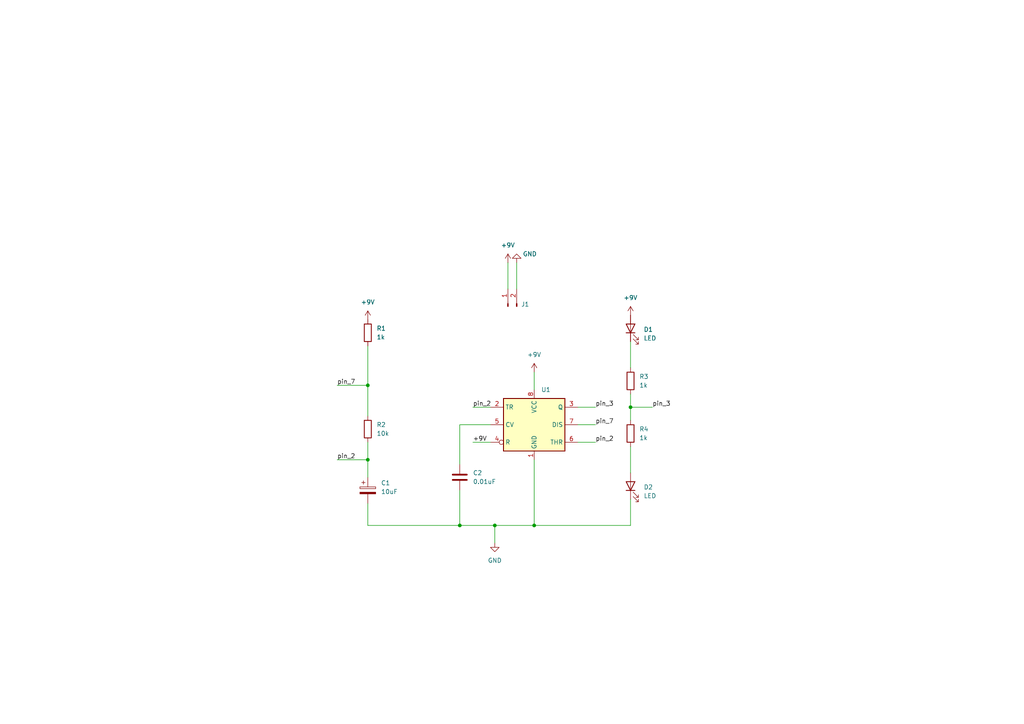
<source format=kicad_sch>
(kicad_sch (version 20211123) (generator eeschema)
  (paper "A4")
  (lib_symbols
    (symbol "Connector:Conn_01x02_Male" (pin_names (offset 1.016) hide)
      (property "Reference" "J" (at 0 2.54 0))
      (property "Value" "Conn_01x02_Male" (at 0 -5.08 0))
      (symbol "Conn_01x02_Male_1_1"
        (polyline (pts (xy 1.27 -2.54) (xy 0.8636 -2.54)) (stroke (width 0.1524)))
        (polyline (pts (xy 1.27 0) (xy 0.8636 0)) (stroke (width 0.1524)))
        (rectangle (start 0.8636 -2.413) (end 0 -2.667) (stroke (width 0.1524)) (fill (type outline)))
        (rectangle (start 0.8636 0.127) (end 0 -0.127) (stroke (width 0.1524)) (fill (type outline)))
        (pin passive line (at 5.08 0 180) (length 3.81) (name "Pin_1") (number "1"))
        (pin passive line (at 5.08 -2.54 180) (length 3.81) (name "Pin_2") (number "2"))
      )
    )
    (symbol "Device:C" (pin_numbers hide) (pin_names (offset 0.254))
      (property "Reference" "C" (at 0.635 2.54 0))
      (property "Value" "C" (at 0.635 -2.54 0))
      (symbol "C_0_1"
        (polyline (pts (xy -2.032 -0.762) (xy 2.032 -0.762)) (stroke (width 0.508)))
        (polyline (pts (xy -2.032 0.762) (xy 2.032 0.762)) (stroke (width 0.508)))
      )
      (symbol "C_1_1"
        (pin passive line (at 0 3.81 270) (length 2.794) (name "~") (number "1"))
        (pin passive line (at 0 -3.81 90) (length 2.794) (name "~") (number "2"))
      )
    )
    (symbol "Device:C_Polarized" (pin_numbers hide) (pin_names (offset 0.254))
      (property "Reference" "C" (at 0.635 2.54 0))
      (property "Value" "C_Polarized" (at 0.635 -2.54 0))
      (symbol "C_Polarized_0_1"
        (rectangle (start -2.286 0.508) (end 2.286 1.016))
        (polyline (pts (xy -1.778 2.286) (xy -0.762 2.286)))
        (polyline (pts (xy -1.27 2.794) (xy -1.27 1.778)))
        (rectangle (start 2.286 -0.508) (end -2.286 -1.016) (fill (type outline)))
      )
      (symbol "C_Polarized_1_1"
        (pin passive line (at 0 3.81 270) (length 2.794) (name "~") (number "1"))
        (pin passive line (at 0 -3.81 90) (length 2.794) (name "~") (number "2"))
      )
    )
    (symbol "Device:LED" (pin_numbers hide) (pin_names (offset 1.016) hide)
      (property "Reference" "D" (at 0 2.54 0))
      (property "Value" "LED" (at 0 -2.54 0))
      (symbol "LED_0_1"
        (polyline (pts (xy -1.27 -1.27) (xy -1.27 1.27)) (stroke (width 0.254)))
        (polyline (pts (xy -1.27 0) (xy 1.27 0)))
        (polyline (pts (xy 1.27 -1.27) (xy 1.27 1.27) (xy -1.27 0) (xy 1.27 -1.27)) (stroke (width 0.254)))
        (polyline (pts (xy -3.048 -0.762) (xy -4.572 -2.286) (xy -3.81 -2.286) (xy -4.572 -2.286) (xy -4.572 -1.524)))
        (polyline (pts (xy -1.778 -0.762) (xy -3.302 -2.286) (xy -2.54 -2.286) (xy -3.302 -2.286) (xy -3.302 -1.524)))
      )
      (symbol "LED_1_1"
        (pin passive line (at -3.81 0 0) (length 2.54) (name "K") (number "1"))
        (pin passive line (at 3.81 0 180) (length 2.54) (name "A") (number "2"))
      )
    )
    (symbol "Device:R" (pin_numbers hide) (pin_names (offset 0))
      (property "Reference" "R" (at 2.032 0 90))
      (property "Value" "R" (at 0 0 90))
      (symbol "R_0_1"
        (rectangle (start -1.016 -2.54) (end 1.016 2.54) (stroke (width 0.254)))
      )
      (symbol "R_1_1"
        (pin passive line (at 0 3.81 270) (length 1.27) (name "~") (number "1"))
        (pin passive line (at 0 -3.81 90) (length 1.27) (name "~") (number "2"))
      )
    )
    (symbol "Timer:NE555D"
      (property "Reference" "U" (at -10.16 8.89 0))
      (property "Value" "NE555D" (at 2.54 8.89 0))
      (symbol "NE555D_0_0"
        (pin power_in line (at 0 -10.16 90) (length 2.54) (name "GND") (number "1"))
        (pin power_in line (at 0 10.16 270) (length 2.54) (name "VCC") (number "8"))
      )
      (symbol "NE555D_0_1"
        (rectangle (start -8.89 -7.62) (end 8.89 7.62) (stroke (width 0.254)) (fill (type background)))
        (rectangle (start -8.89 -7.62) (end 8.89 7.62) (stroke (width 0.254)) (fill (type background)))
      )
      (symbol "NE555D_1_1"
        (pin input line (at -12.7 5.08 0) (length 3.81) (name "TR") (number "2"))
        (pin output line (at 12.7 5.08 180) (length 3.81) (name "Q") (number "3"))
        (pin input inverted (at -12.7 -5.08 0) (length 3.81) (name "R") (number "4"))
        (pin input line (at -12.7 0 0) (length 3.81) (name "CV") (number "5"))
        (pin input line (at 12.7 -5.08 180) (length 3.81) (name "THR") (number "6"))
        (pin input line (at 12.7 0 180) (length 3.81) (name "DIS") (number "7"))
      )
    )
    (symbol "power:+9V" (power) (pin_names (offset 0))
      (property "Value" "+9V" (at 0 3.556 0))
      (symbol "+9V_0_1"
        (polyline (pts (xy -0.762 1.27) (xy 0 2.54)))
        (polyline (pts (xy 0 0) (xy 0 2.54)))
        (polyline (pts (xy 0 2.54) (xy 0.762 1.27)))
      )
      (symbol "+9V_1_1"
        (pin power_in line (at 0 0 90) (length 0) hide (name "+9V") (number "1"))
      )
    )
    (symbol "power:GND" (power) (pin_names (offset 0))
      (property "Value" "GND" (at 0 -3.81 0))
      (symbol "GND_0_1"
        (polyline (pts (xy 0 0) (xy 0 -1.27) (xy 1.27 -1.27) (xy 0 -2.54) (xy -1.27 -1.27) (xy 0 -1.27)))
      )
      (symbol "GND_1_1"
        (pin power_in line (at 0 0 270) (length 0) hide (name "GND") (number "1"))
      )
    )
  )
  (junction (at 106.68 111.76))
  (junction (at 143.51 152.4))
  (junction (at 106.68 133.35))
  (junction (at 133.35 152.4))
  (junction (at 154.94 152.4))
  (junction (at 182.88 118.11))
  (wire (pts (xy 182.88 99.06) (xy 182.88 106.68)))
  (wire (pts (xy 154.94 133.35) (xy 154.94 152.4)))
  (wire (pts (xy 142.24 123.19) (xy 133.35 123.19)))
  (wire (pts (xy 133.35 123.19) (xy 133.35 134.62)))
  (wire (pts (xy 182.88 118.11) (xy 182.88 121.92)))
  (wire (pts (xy 143.51 152.4) (xy 133.35 152.4)))
  (wire (pts (xy 154.94 107.95) (xy 154.94 113.03)))
  (wire (pts (xy 143.51 157.48) (xy 143.51 152.4)))
  (wire (pts (xy 167.64 123.19) (xy 172.72 123.19)))
  (wire (pts (xy 147.32 76.2) (xy 147.32 83.82)))
  (wire (pts (xy 97.79 111.76) (xy 106.68 111.76)))
  (wire (pts (xy 133.35 142.24) (xy 133.35 152.4)))
  (wire (pts (xy 106.68 133.35) (xy 106.68 138.43)))
  (wire (pts (xy 97.79 133.35) (xy 106.68 133.35)))
  (wire (pts (xy 167.64 118.11) (xy 172.72 118.11)))
  (wire (pts (xy 182.88 114.3) (xy 182.88 118.11)))
  (wire (pts (xy 133.35 152.4) (xy 106.68 152.4)))
  (wire (pts (xy 106.68 111.76) (xy 106.68 120.65)))
  (wire (pts (xy 137.16 118.11) (xy 142.24 118.11)))
  (wire (pts (xy 106.68 128.27) (xy 106.68 133.35)))
  (wire (pts (xy 182.88 144.78) (xy 182.88 152.4)))
  (wire (pts (xy 137.16 128.27) (xy 142.24 128.27)))
  (wire (pts (xy 154.94 152.4) (xy 182.88 152.4)))
  (wire (pts (xy 143.51 152.4) (xy 154.94 152.4)))
  (wire (pts (xy 182.88 129.54) (xy 182.88 137.16)))
  (wire (pts (xy 106.68 146.05) (xy 106.68 152.4)))
  (wire (pts (xy 106.68 100.33) (xy 106.68 111.76)))
  (wire (pts (xy 167.64 128.27) (xy 172.72 128.27)))
  (wire (pts (xy 149.86 76.2) (xy 149.86 83.82)))
  (wire (pts (xy 182.88 118.11) (xy 189.23 118.11)))
  (label "pin_3" (at 172.72 118.11 0))
  (label "pin_7" (at 97.79 111.76 0))
  (label "pin_7" (at 172.72 123.19 0))
  (label "pin_2" (at 97.79 133.35 0))
  (label "pin_2" (at 137.16 118.11 0))
  (label "+9V" (at 137.16 128.27 0))
  (label "pin_3" (at 189.23 118.11 0))
  (label "pin_2" (at 172.72 128.27 0))
  (symbol (lib_id "power:+9V") (at 106.68 92.71 0) (unit 1)
    (property "Reference" "#PWR?" (effects hide))
    (property "Value" "+9V" (at 106.68 87.63 0))
  )
  (symbol (lib_id "Device:LED") (at 182.88 95.25 90) (unit 1)
    (property "Reference" "D1" (at 186.69 95.5674 90) (effects (justify right)))
    (property "Value" "LED" (at 186.69 98.1074 90) (effects (justify right)))
  )
  (symbol (lib_id "Connector:Conn_01x02_Male") (at 147.32 88.9 90) (unit 1)
    (property "Reference" "J1" (at 151.13 88.2649 90) (effects (justify right)))
    (property "Value" "Conn_01x02_Male" (effects hide))
  )
  (symbol (lib_id "power:GND") (at 149.86 76.2 180) (unit 1)
    (property "Reference" "#PWR?" (effects hide))
    (property "Value" "GND" (at 153.67 73.66 0))
  )
  (symbol (lib_id "Device:R") (at 106.68 124.46 0) (unit 1)
    (property "Reference" "R2" (at 109.22 123.1899 0) (effects (justify left)))
    (property "Value" "10k" (at 109.22 125.7299 0) (effects (justify left)))
  )
  (symbol (lib_id "power:+9V") (at 147.32 76.2 0) (unit 1)
    (property "Reference" "#PWR?" (effects hide))
    (property "Value" "+9V" (at 147.32 71.12 0))
  )
  (symbol (lib_id "power:+9V") (at 182.88 91.44 0) (unit 1)
    (property "Reference" "#PWR?" (effects hide))
    (property "Value" "+9V" (at 182.88 86.36 0))
  )
  (symbol (lib_id "Device:C") (at 133.35 138.43 0) (unit 1)
    (property "Reference" "C2" (at 137.16 137.1599 0) (effects (justify left)))
    (property "Value" "0.01uF" (at 137.16 139.6999 0) (effects (justify left)))
  )
  (symbol (lib_id "Timer:NE555D") (at 154.94 123.19 0) (unit 1)
    (property "Reference" "U1" (at 156.9594 113.03 0) (effects (justify left)))
    (property "Value" "NE555D" (effects hide))
    (property "Footprint" "Package_SO:SOIC-8_3.9x4.9mm_P1.27mm" (effects hide))
    (property "Datasheet" "http://www.ti.com/lit/ds/symlink/ne555.pdf" (effects hide))
  )
  (symbol (lib_id "Device:R") (at 106.68 96.52 0) (unit 1)
    (property "Reference" "R1" (at 109.22 95.2499 0) (effects (justify left)))
    (property "Value" "1k" (at 109.22 97.7899 0) (effects (justify left)))
  )
  (symbol (lib_id "Device:LED") (at 182.88 140.97 90) (unit 1)
    (property "Reference" "D2" (at 186.69 141.2874 90) (effects (justify right)))
    (property "Value" "LED" (at 186.69 143.8274 90) (effects (justify right)))
  )
  (symbol (lib_id "Device:C_Polarized") (at 106.68 142.24 0) (unit 1)
    (property "Reference" "C1" (at 110.49 140.0809 0) (effects (justify left)))
    (property "Value" "10uF" (at 110.49 142.6209 0) (effects (justify left)))
  )
  (symbol (lib_id "Device:R") (at 182.88 110.49 0) (unit 1)
    (property "Reference" "R3" (at 185.42 109.2199 0) (effects (justify left)))
    (property "Value" "1k" (at 185.42 111.7599 0) (effects (justify left)))
  )
  (symbol (lib_id "Device:R") (at 182.88 125.73 0) (unit 1)
    (property "Reference" "R4" (at 185.42 124.4599 0) (effects (justify left)))
    (property "Value" "1k" (at 185.42 126.9999 0) (effects (justify left)))
  )
  (symbol (lib_id "power:+9V") (at 154.94 107.95 0) (unit 1)
    (property "Reference" "#PWR?" (effects hide))
    (property "Value" "+9V" (at 154.94 102.87 0))
  )
  (symbol (lib_id "power:GND") (at 143.51 157.48 0) (unit 1)
    (property "Reference" "#PWR01" (effects hide))
    (property "Value" "GND" (at 143.51 162.56 0))
  )
)
</source>
